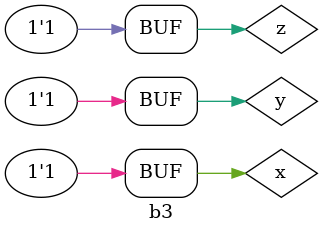
<source format=v>
module SoP (output s, input x, y, z); // mintermos
// m 0 1 2 3 4
assign s = (~x & ~y & z) | (~x & y & z) | (x & ~y & ~z) | (x & y & z);
endmodule // SoP

module b3;
reg x, y, z;
wire s;
// instancias
SoP SOP1 (s, x, y, z);
// valores iniciais
initial begin: start
x=1'bx; y=1'bx; z=1'bx;// indefinidos
end
// parte principal
initial begin: main
// identificacao
$display("Soma de Produtos");
// monitoramento
$display(" x  y  z =  SoP(1,3,4,7) ");
$monitor("%2b %2b %2b =  %2b", x, y, z, s);
// sinalizacao
#1 x=0; y=0; z=0;
#1 x=0; y=0; z=1;
#1 x=0; y=1; z=0;
#1 x=0; y=1; z=1;
#1 x=1; y=0; z=0;
#1 x=1; y=0; z=1;
#1 x=1; y=1; z=0;
#1 x=1; y=1; z=1;
end
endmodule // test_module
</source>
